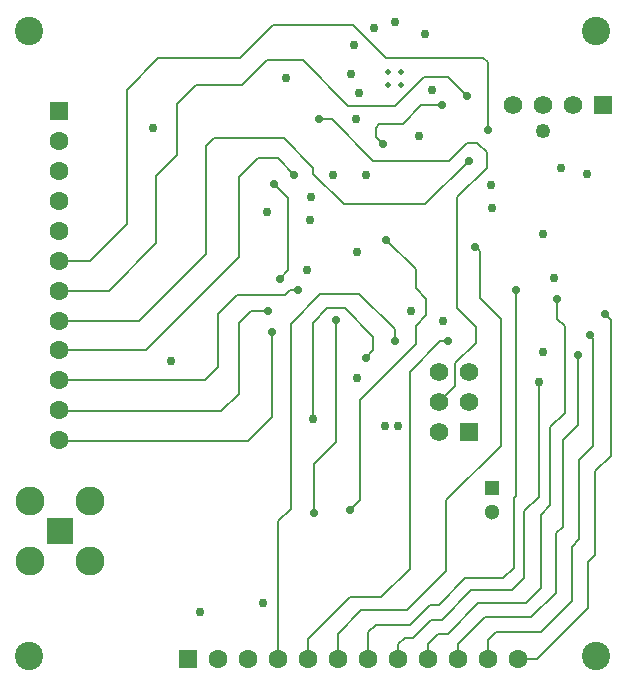
<source format=gbl>
%FSTAX23Y23*%
%MOIN*%
%SFA1B1*%

%IPPOS*%
%ADD13C,0.007874*%
%ADD18C,0.006000*%
%ADD74R,0.051181X0.051181*%
%ADD75C,0.051181*%
%ADD77C,0.061811*%
%ADD78R,0.061811X0.061811*%
%ADD79R,0.061811X0.061811*%
%ADD80C,0.049212*%
%ADD81R,0.090551X0.090551*%
%ADD82C,0.096457*%
%ADD89C,0.019685*%
%ADD93C,0.094488*%
%ADD94C,0.062992*%
%ADD95R,0.062992X0.062992*%
%ADD96R,0.062992X0.062992*%
%ADD97C,0.027559*%
%ADD98C,0.030000*%
%ADD99C,0.019685*%
%LNunrelo_end_node_pcb-1*%
%LPD*%
G54D13*
X00095Y-00555D02*
X00129Y-0052D01*
X00889Y-00881D02*
Y-00728D01*
X00718Y-01053D02*
X00889Y-00881D01*
X00655Y-01053D02*
X00718D01*
X00314Y00059D02*
X0035Y00094D01*
Y00149*
X00314Y-00003D02*
Y00059D01*
Y00185D02*
X0035Y00149D01*
X00216Y00346D02*
X00314Y00248D01*
Y00185D02*
Y00248D01*
X00129Y-00188D02*
X00314Y-00003D01*
X00129Y-0052D02*
Y-00188D01*
X-00157Y00531D02*
X-0011Y00484D01*
X-00137Y00216D02*
X-0011Y00244D01*
Y00484*
X00035Y00748D02*
X00173Y0061D01*
X00425*
X-00009Y00748D02*
X00035D01*
X00425Y0061D02*
X00484Y00669D01*
X00515Y00003D02*
Y00055D01*
X00445Y-00143D02*
Y-00066D01*
X00515Y00003*
X00452Y00118D02*
Y00488D01*
Y00118D02*
X00515Y00055D01*
X00393Y-00195D02*
X00445Y-00143D01*
X00452Y00488D02*
X00551Y00586D01*
Y00637*
X00519Y00669D02*
X00551Y00637D01*
X00484Y00669D02*
X00519D01*
X00149Y-00047D02*
X00173Y-00023D01*
Y00023*
X00078Y00118D02*
X00173Y00023D01*
X-00023Y-00401D02*
X00049Y-00328D01*
Y00078*
X-00023Y-00566D02*
Y-00401D01*
X00889Y-00728D02*
X00913Y-00704D01*
Y-00425*
X-00029Y-00253D02*
Y00068D01*
X00019Y00118D02*
X00078D01*
X-00029Y00068D02*
X00019Y00118D01*
X00913Y-00425D02*
X00964Y-00374D01*
Y00078*
X00944Y00098D02*
X00964Y00078D01*
G54D18*
X00181Y00688D02*
X00204Y00665D01*
X00181Y00688D02*
Y0072D01*
X00192Y00732D02*
X00271D01*
X00181Y0072D02*
X00192Y00732D01*
X00783Y-0083D02*
Y-00633D01*
X007Y-00913D02*
X00783Y-0083D01*
X00544Y-00913D02*
X007D01*
X00582Y-0096D02*
X00732D01*
X00834Y-00858D02*
Y-00677D01*
X00732Y-0096D02*
X00834Y-00858D01*
X00244Y00791D02*
X00342Y00889D01*
X00421D02*
X00484Y00826D01*
X00342Y00889D02*
X00421D01*
X0009Y00791D02*
X00244D01*
X-00062Y00944D02*
X0009Y00791D01*
X-00181Y00944D02*
X-00062D01*
X00125Y00165D02*
X00244Y00047D01*
Y00007D02*
Y00047D01*
X-00122Y00161D02*
X-00106Y00177D01*
X-00344Y00098D02*
X-00281Y00161D01*
X-00122*
X-00234Y0011D02*
X-00177D01*
X-00275Y00068D02*
X-00234Y0011D01*
X-00165Y-00244D02*
Y00039D01*
X-00246Y-00324D02*
X-00165Y-00244D01*
X-00106Y00177D02*
X-00078D01*
X00484Y00826D02*
D01*
X00555Y00712D02*
Y00937D01*
X00539Y00952D02*
X00555Y00937D01*
X00346Y00464D02*
X00492Y0061D01*
X-00027Y00566D02*
X00074Y00464D01*
X00346*
X-00027Y00566D02*
Y00586D01*
X00271Y00732D02*
X00333Y00794D01*
X00403*
X-00263Y00862D02*
X-00181Y00944D01*
X-00417Y00862D02*
X-00263D01*
X00397Y00007D02*
X00421D01*
X00295Y-00094D02*
X00397Y00007D01*
X00216Y00952D02*
X00539D01*
X-00162Y01062D02*
X00106D01*
X00216Y00952*
X-00272D02*
X-00162Y01062D01*
X-00543Y00952D02*
X-00272D01*
X-00649Y00846D02*
X-00543Y00952D01*
X-0048Y00629D02*
Y00799D01*
X-00417Y00862*
X-00275Y00287D02*
Y00555D01*
X-00875Y-00023D02*
X-00586D01*
X-00275Y00287*
X00649Y-00507D02*
Y00177D01*
X00641Y-00515D02*
X00649Y-00507D01*
X00528Y00152D02*
X00598Y00082D01*
X00417Y-00523D02*
X00598Y-00342D01*
Y00082*
X00528Y00152D02*
Y00307D01*
X00511Y00323D02*
X00528Y00307D01*
X-00125Y00685D02*
X-00027Y00586D01*
X-00358Y00685D02*
X-00125D01*
X00606Y-00783D02*
X00641Y-00748D01*
Y-00515*
X0048Y-00783D02*
X00606D01*
X00677D02*
Y-00559D01*
X00637Y-00822D02*
X00677Y-00783D01*
X005Y-00822D02*
X00637D01*
X00523Y-00866D02*
X00681D01*
X00732Y-00814D02*
Y-0057D01*
X00681Y-00866D02*
X00732Y-00814D01*
X00555Y-00987D02*
X00582Y-0096D01*
X00555Y-01053D02*
Y-00987D01*
X00455Y-01001D02*
X00544Y-00913D01*
X00455Y-01053D02*
Y-01001D01*
X00279Y-0098D02*
X00307D01*
X00366Y-00921*
X00255Y-01003D02*
X00279Y-0098D01*
X00255Y-01053D02*
Y-01003D01*
X00181Y-00937D02*
X00295D01*
X00362Y-0087*
X00155Y-00962D02*
X00181Y-00937D01*
X00155Y-01053D02*
Y-00962D01*
X00133Y-00889D02*
X00287D01*
X00055Y-00967D02*
X00133Y-00889D01*
X00055Y-01053D02*
Y-00967D01*
X00287Y-00889D02*
X00417Y-00759D01*
X-00044Y-00985D02*
X00094Y-00846D01*
X002*
X00295Y-00751*
X00417Y-00759D02*
Y-00523D01*
X00295Y-00751D02*
Y-00094D01*
X-00044Y-01053D02*
Y-00985D01*
X-00003Y00165D02*
X00125D01*
X00724Y-00511D02*
Y-00129D01*
X00677Y-00559D02*
X00724Y-00511D01*
X00393Y-0087D02*
X0048Y-00783D01*
X00362Y-0087D02*
X00393D01*
X00421Y-00968D02*
X00523Y-00866D01*
X00355Y-01053D02*
Y-01002D01*
X00389Y-00968D02*
X00421D01*
X00355Y-01002D02*
X00389Y-00968D01*
X00366Y-00921D02*
X00401D01*
X005Y-00822*
X00763Y-00539D02*
Y-00279D01*
X00732Y-0057D02*
X00763Y-00539D01*
Y-00279D02*
X00811Y-00232D01*
Y00059*
X00905Y-00342D02*
Y00015D01*
X00858Y-00653D02*
Y-00389D01*
X00905Y-00342*
X00783Y-00633D02*
X00807Y-0061D01*
Y-00322D02*
X00856Y-00273D01*
X00807Y-0061D02*
Y-00322D01*
X00834Y-00677D02*
X00858Y-00653D01*
X00856Y-00273D02*
Y-00039D01*
X00555Y-01053D02*
X00566Y-01042D01*
X-00144Y-01053D02*
Y-00592D01*
X-00102Y-00551*
Y00066*
X-00003Y00165*
X-00275Y-00167D02*
Y00068D01*
X00787Y00082D02*
X00811Y00059D01*
X00787Y00082D02*
Y00147D01*
X-00385Y00657D02*
X-00358Y00685D01*
X-00875Y00076D02*
X-00608D01*
X-00385Y00299*
Y00657*
X-00649Y00397D02*
Y00846D01*
X-00875Y00276D02*
X-0077D01*
X-00649Y00397*
X-00275Y00555D02*
X-00212Y00618D01*
X-00145*
X-0009Y00562*
X-00551Y00559D02*
X-0048Y00629D01*
X-00551Y00334D02*
Y00559D01*
X-00709Y00176D02*
X-00551Y00334D01*
X-00875Y00176D02*
X-00709D01*
X-00874Y-00324D02*
X-00246D01*
X-00875Y-00323D02*
X-00874Y-00324D01*
X-00875Y-00223D02*
X-00873Y-00226D01*
X-00334*
X-00275Y-00167*
X-00389Y-00123D02*
X-00344Y-00078D01*
X-00875Y-00123D02*
X-00389D01*
X-00344Y-00078D02*
Y00098D01*
X00895Y00025D02*
Y00029D01*
Y00025D02*
X00905Y00015D01*
G54D74*
X00568Y-00482D03*
G54D75*
X00568Y-00561D03*
G54D77*
X00393Y-00095D03*
Y-00195D03*
Y-00295D03*
X00493Y-00095D03*
Y-00195D03*
X00838Y00795D03*
X00738D03*
X00638D03*
G54D78*
X00493Y-00295D03*
G54D79*
X00938Y00795D03*
G54D80*
X00738Y0071D03*
G54D81*
X-0087Y-00625D03*
G54D82*
X-0077Y-00725D03*
X-0097D03*
X-0077Y-00525D03*
X-0097D03*
G54D89*
X-00344Y-01053D02*
X-00343Y-01052D01*
G54D93*
X00915Y01043D03*
Y-01043D03*
X-00974D03*
Y01043D03*
G54D94*
X00355Y-01053D03*
X00055D03*
X-00144D03*
X-00344D03*
X-00244D03*
X-00044D03*
X00155D03*
X00255D03*
X00455D03*
X00555D03*
X00655D03*
X-00875Y-00023D03*
Y00276D03*
Y00476D03*
Y00676D03*
Y00576D03*
Y00376D03*
Y00176D03*
Y00076D03*
Y-00123D03*
Y-00223D03*
Y-00323D03*
G54D95*
X-00444Y-01053D03*
G54D96*
X-00875Y00776D03*
G54D97*
X00095Y-00555D03*
X00204Y00665D03*
X00244Y00007D03*
X00216Y00346D03*
X-00177Y0011D03*
X-00165Y00039D03*
X00484Y00826D03*
X00555Y00712D03*
X00421Y00007D03*
X00149Y-00047D03*
X-00023Y-00566D03*
X00403Y00794D03*
X-0009Y00562D03*
X-00157Y00531D03*
X00856Y-00039D03*
X00944Y00098D03*
X-00078Y00177D03*
X-00137Y00216D03*
X00049Y00078D03*
X-00009Y00748D03*
X00787Y00147D03*
X00649Y00177D03*
X00895Y00029D03*
X00492Y0061D03*
X00511Y00323D03*
G54D98*
X00108Y00994D03*
X00149Y00562D03*
X00326Y00692D03*
X00098Y00897D03*
X-00181Y0044D03*
X00039Y00562D03*
X00405Y00074D03*
X00299Y0011D03*
X0037Y00846D03*
X00125Y00834D03*
X-00035Y00488D03*
X00566Y00527D03*
X0057Y00452D03*
X-00118Y00885D03*
X00344Y01033D03*
X00177Y01053D03*
X00114Y00748D03*
X00885Y00566D03*
X00775Y0022D03*
X00799Y00586D03*
X0074Y00366D03*
X00118Y-00114D03*
X00724Y-00129D03*
X00738Y-00029D03*
X-00029Y-00253D03*
X-00501Y-00059D03*
X00213Y-00275D03*
X-00196Y-00866D03*
X00255Y-00275D03*
X-00403Y-00895D03*
X00246Y01072D03*
X-00039Y00413D03*
X-00561Y00718D03*
X00118Y00305D03*
X-00049Y00246D03*
G54D99*
X00265Y00905D03*
X00222D03*
Y00862D03*
X00265D03*
M02*
</source>
